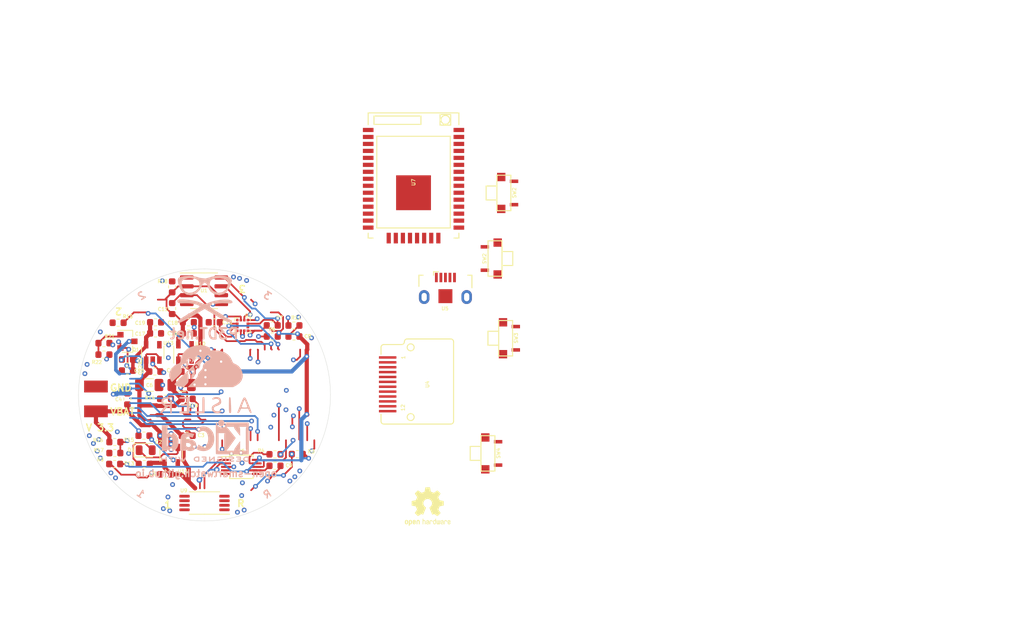
<source format=kicad_pcb>
(kicad_pcb (version 20211014) (generator pcbnew)
  (title_block (title "Open-Smartwatch-Light") (date "2021-02-18") (rev "3.3"))
  (layers (0 "F.Cu" power) (1 "In1.Cu" signal) (2 "In2.Cu" signal) (31 "B.Cu" signal) (34 "B.Paste" user) (35 "F.Paste" user) (36 "B.SilkS" user "B.Silkscreen") (37 "F.SilkS" user "F.Silkscreen") (38 "B.Mask" user) (39 "F.Mask" user) (44 "Edge.Cuts" user))
  (net 0 "")
  (net 1 "/EN")
  (net 2 "+3V3")
  (net 3 "/FLASH")
  (net 4 "GND")
  (net 5 "/VBUS")
  (net 6 "/VBAT")
  (net 7 "Net-(D1-Pad2)")
  (net 8 "Net-(D1-Pad1)")
  (net 9 "/LEDK")
  (net 10 "/TX")
  (net 11 "/BTN2")
  (net 12 "/BTN3")
  (net 13 "/RX")
  (net 14 "/SCL")
  (net 15 "/SDA")
  (net 16 "/PIN_LED")
  (net 17 "/STAT_PWR")
  (net 18 "/MOSI")
  (net 19 "/IO34")
  (net 20 "/IO35")
  (net 21 "Net-(R1-Pad2)")
  (net 22 "Net-(R4-Pad1)")
  (net 23 "Net-(R14-Pad1)")
  (net 24 "Net-(R15-Pad1)")
  (net 25 "/B_MON")
  (net 26 "/RTC_INT")
  (net 27 "/TFT_DC")
  (net 28 "/TFT_CS")
  (net 29 "/TFT_RST")
  (net 30 "Net-(U1-Pad4)")
  (net 31 "Net-(U1-Pad1)")
  (net 32 "Net-(U2-Pad4)")
  (net 33 "Net-(U2-Pad11)")
  (net 34 "Net-(U5-Pad2)")
  (net 35 "Net-(U6-Pad4)")
  (net 36 "Net-(U6-Pad5)")
  (net 37 "Net-(U6-Pad6)")
  (net 38 "Net-(U7-Pad22)")
  (net 39 "Net-(U7-Pad21)")
  (net 40 "Net-(U7-Pad20)")
  (net 41 "Net-(U7-Pad19)")
  (net 42 "Net-(U7-Pad32)")
  (net 43 "Net-(U7-Pad27)")
  (net 44 "Net-(U7-Pad28)")
  (net 45 "Net-(U7-Pad4)")
  (net 46 "Net-(U7-Pad5)")
  (net 47 "/SCK")
  (net 48 "/VCC")
  (net 49 "/3V3_2")
  (net 50 "Net-(Q1-Pad1)")
  (net 51 "Net-(U7-Pad11)")
  (net 52 "Net-(U10-Pad4)")
  (net 53 "Net-(U13-Pad4)")
  (net 54 "/D_P")
  (net 55 "/D_N")
  (net 56 "Net-(U7-Pad24)")
  (net 57 "Net-(U7-Pad31)")
  (net 58 "Net-(U7-Pad26)")
  (net 59 "Net-(U7-Pad13)")
  (net 60 "Net-(U7-Pad12)")
  (footprint "open-Smartwatch:button_side_smd" (layer "F.Cu") (at 116.84 109.982 180)
    (fp_text reference "SW4")
    (fp_text value "SW_Push")
  )
  (footprint "open-Smartwatch:USBmicro-B" (layer "F.Cu") (at 110.744 87.4395)
    (fp_text reference "U5")
    (fp_text value "USB-OTG")
  )
  (footprint "Resistor_SMD:R_0603_1608Metric" (layer "F.Cu") (at 63.3221 111.506 180)
    (fp_text reference "R9")
    (fp_text value "10k")
  )
  (footprint "Capacitor_SMD:C_0603_1608Metric" (layer "F.Cu") (at 70.6374 107.442)
    (fp_text reference "C2")
    (fp_text value "4.7uF")
  )
  (footprint "Resistor_SMD:R_0603_1608Metric" (layer "F.Cu") (at 86.3092 110.109)
    (fp_text reference "R4")
    (fp_text value "470R")
  )
  (footprint "Resistor_SMD:R_0603_1608Metric" (layer "F.Cu") (at 89.0269 91.6432)
    (fp_text reference "R11")
    (fp_text value "10k")
  )
  (footprint "Resistor_SMD:R_0603_1608Metric" (layer "F.Cu") (at 85.9155 93.218 180)
    (fp_text reference "R6")
    (fp_text value "1k")
  )
  (footprint "Resistor_SMD:R_0603_1608Metric" (layer "F.Cu") (at 85.9155 91.6305)
    (fp_text reference "R7")
    (fp_text value "1k")
  )
  (footprint "Package_SO:SOIC-8_3.9x4.9mm_P1.27mm" (layer "F.Cu") (at 76.1365 86.6648)
    (fp_text reference "U1")
    (fp_text value "DS3231MZ")
  )
  (footprint "Capacitor_SMD:C_0603_1608Metric" (layer "F.Cu") (at 89.0269 93.218 180)
    (fp_text reference "C8")
    (fp_text value "0.1u")
  )
  (footprint "Capacitor_SMD:C_0603_1608Metric" (layer "F.Cu") (at 86.3092 111.76)
    (fp_text reference "C9")
    (fp_text value "0.1u")
  )
  (footprint "Capacitor_SMD:C_0603_1608Metric" (layer "F.Cu") (at 71.5645 86.106 90)
    (fp_text reference "C11")
    (fp_text value "0.1u")
  )
  (footprint "Capacitor_SMD:C_0603_1608Metric" (layer "F.Cu") (at 77.597 91.186 180)
    (fp_text reference "C13")
    (fp_text value "0.1u")
  )
  (footprint "Resistor_SMD:R_0603_1608Metric" (layer "F.Cu") (at 73.7235 102.1715)
    (fp_text reference "R19")
    (fp_text value "220k")
  )
  (footprint "open-Smartwatch:GC9A01_IPS_display" (layer "F.Cu") (at 102.713 100.076 -90)
    (fp_text reference "U4")
    (fp_text value "GC9A01_IPS_display")
  )
  (footprint "open-Smartwatch:MSOP-10_3x3mm_P0.5mm" (layer "F.Cu") (at 81.4832 111.9124)
    (fp_text reference "U6")
    (fp_text value "CH340E")
  )
  (footprint "open-Smartwatch:TSSOP-8_4.4x3mm_P0.65mm" (layer "F.Cu") (at 76.2 117.094 180)
    (fp_text reference "U9")
    (fp_text value "TPS2115A")
  )
  (footprint "open-Smartwatch:LGA-12_2x2mm_P0.5mm" (layer "F.Cu") (at 81.661 91.6305 -90)
    (fp_text reference "U2")
    (fp_text value "BMA400")
  )
  (footprint "Capacitor_SMD:C_0603_1608Metric" (layer "F.Cu") (at 73.7234 107.442)
    (fp_text reference "C3")
    (fp_text value "0.1u")
  )
  (footprint "Resistor_SMD:R_0603_1608Metric" (layer "F.Cu") (at 67.564 111.506)
    (fp_text reference "R13")
    (fp_text value "470R")
  )
  (footprint "Resistor_SMD:R_0603_1608Metric" (layer "F.Cu") (at 89.5096 110.0836 180)
    (fp_text reference "R8")
    (fp_text value "10k")
  )
  (footprint "Capacitor_SMD:C_1206_3216Metric" (layer "F.Cu") (at 72.9204 100.1776)
    (fp_text reference "C5")
    (fp_text value "100u")
  )
  (footprint "Capacitor_SMD:C_0603_1608Metric" (layer "F.Cu") (at 73.7108 98.2472)
    (fp_text reference "C14")
    (fp_text value "0.1u")
  )
  (footprint "Capacitor_SMD:C_0603_1608Metric" (layer "F.Cu") (at 73.8886 92.7735)
    (fp_text reference "C16")
    (fp_text value "4.7u")
  )
  (footprint "Capacitor_SMD:C_0603_1608Metric" (layer "F.Cu") (at 73.8886 91.186)
    (fp_text reference "C18")
    (fp_text value "0.1u")
  )
  (footprint "Package_TO_SOT_SMD:SOT-23-5" (layer "F.Cu") (at 73.406 95.504 90)
    (fp_text reference "U10")
    (fp_text value "XC6209")
  )
  (footprint "open-Smartwatch:ttgo-32-micro" (layer "F.Cu") (at 106.172 70.612)
    (fp_text reference "U7")
    (fp_text value "ttgo-32-micro")
  )
  (footprint "Resistor_SMD:R_0603_1608Metric" (layer "F.Cu") (at 71.5645 89.2175 -90)
    (fp_text reference "R18")
    (fp_text value "2.2K")
  )
  (footprint "Resistor_SMD:R_0603_1608Metric" (layer "F.Cu") (at 65.151 96.52 180)
    (fp_text reference "R1")
    (fp_text value "22")
  )
  (footprint "Resistor_SMD:R_0603_1608Metric" (layer "F.Cu") (at 61.7855 94.1705)
    (fp_text reference "R21")
    (fp_text value "10k")
  )
  (footprint "Resistor_SMD:R_0603_1608Metric" (layer "F.Cu") (at 61.7855 95.8215 180)
    (fp_text reference "R22")
    (fp_text value "1M")
  )
  (footprint "Capacitor_SMD:C_0603_1608Metric" (layer "F.Cu") (at 65.151 98.1075 180)
    (fp_text reference "C22")
    (fp_text value "0.1u")
  )
  (footprint "Package_TO_SOT_SMD:SOT-23" (layer "F.Cu") (at 65.151 93.9165)
    (fp_text reference "Q1")
    (fp_text value "2N7002")
  )
  (footprint "Resistor_SMD:R_0603_1608Metric" (layer "F.Cu") (at 67.5259 107.442 180)
    (fp_text reference "R15")
    (fp_text value "5k")
  )
  (footprint "Resistor_SMD:R_0603_1608Metric" (layer "F.Cu") (at 70.612 102.1588 180)
    (fp_text reference "R14")
    (fp_text value "510R")
  )
  (footprint "Capacitor_SMD:C_0603_1608Metric" (layer "F.Cu") (at 65.151 102.1715 90)
    (fp_text reference "C4")
    (fp_text value "0.1u")
  )
  (footprint "Resistor_SMD:R_0603_1608Metric" (layer "F.Cu") (at 63.3476 109.9312 180)
    (fp_text reference "R17")
    (fp_text value "10k")
  )
  (footprint "Capacitor_SMD:C_0603_1608Metric" (layer "F.Cu") (at 69.088 98.2472)
    (fp_text reference "C15")
    (fp_text value "0.1u")
  )
  (footprint "Capacitor_SMD:C_0603_1608Metric" (layer "F.Cu") (at 69.1895 92.7735)
    (fp_text reference "C17")
    (fp_text value "4.7u")
  )
  (footprint "Capacitor_SMD:C_1206_3216Metric" (layer "F.Cu") (at 68.2752 100.1776)
    (fp_text reference "C6")
    (fp_text value "100u")
  )
  (footprint "Capacitor_SMD:C_0603_1608Metric" (layer "F.Cu") (at 69.1895 91.186)
    (fp_text reference "C19")
    (fp_text value "0.1u")
  )
  (footprint "Package_TO_SOT_SMD:SOT-23-5" (layer "F.Cu") (at 68.7832 95.504 90)
    (fp_text reference "U13")
    (fp_text value "XC6209")
  )
  (footprint "Capacitor_SMD:C_0603_1608Metric" (layer "F.Cu") (at 70.6373 112.9792)
    (fp_text reference "C1")
    (fp_text value "4.7uF")
  )
  (footprint "open-Smartwatch:SOT-23-5" (layer "F.Cu") (at 71.4248 110.236 -90)
    (fp_text reference "U11")
    (fp_text value "MCP73831T-2ACI_OT" hide)
  )
  (footprint "LED_SMD:LED_0805_2012Metric" (layer "F.Cu") (at 67.7672 109.5248)
    (fp_text reference "D1")
    (fp_text value "LED_Green")
  )
  (footprint "Symbol:OSHW-Logo2_7.3x6mm_SilkScreen" (layer "F.Cu") (at 108.204 117.602)
    (fp_text reference "REF**" hide)
    (fp_text value "OSHW-Logo2_7.3x6mm_SilkScreen" hide)
  )
  (footprint "Resistor_SMD:R_0603_1608Metric" (layer "F.Cu") (at 63.8175 91.2495 180)
    (fp_text reference "R10")
    (fp_text value "10k")
  )
  (footprint "Connector_PinHeader_2.54mm:PinHeader_1x02_P2.54mm_Vertical" (layer "F.Cu") (at 60.6425 103.4415 180)
    (fp_text reference "J1" hide)
    (fp_text value "Conn_01x02")
  )
  (footprint "Resistor_SMD:R_0603_1608Metric" (layer "F.Cu") (at 63.3476 108.3564)
    (fp_text reference "R16")
    (fp_text value "200k")
  )
  (footprint "open-Smartwatch:button_side_smd" (layer "F.Cu") (at 119.38 93.472 180)
    (fp_text reference "SW3")
    (fp_text value "SW_Push")
  )
  (footprint "open-Smartwatch:button_side_smd" (layer "F.Cu") (at 117.856 82.042)
    (fp_text reference "SW2")
    (fp_text value "SW_Push")
  )
  (footprint "open-Smartwatch:button_side_smd" (layer "F.Cu") (at 119.126 72.644 180)
    (fp_text reference "SW2")
    (fp_text value "SW_Push")
  )
  (footprint "Symbol:KiCad-Logo2_5mm_SilkScreen" (layer "B.Cu") (at 76.2762 108.1659 180)
    (fp_text reference "REF**" hide)
    (fp_text value "KiCad-Logo2_5mm_SilkScreen" hide)
  )
  (footprint "footprints:aisler_15x12mm" (layer "B.Cu") (at 76.2127 99.5172 180)
    (fp_text reference "G***" hide)
    (fp_text value "LOGO" hide)
  )
  (footprint "footprints:p3dt_tiny" (layer "B.Cu") (at 76.2254 87.884 180)
    (fp_text reference "G***" hide)
    (fp_text value "LOGO" hide)
  )
  (gr_arc (start 76.2 83.537403) (mid 88.972185 88.827815) (end 94.262597 101.6) (layer "Edge.Cuts") (width 0.05))
  (gr_arc (start 76.2 119.662597) (mid 63.427815 114.372185) (end 58.137403 101.6) (layer "Edge.Cuts") (width 0.05))
  (gr_arc (start 94.262597 101.6) (mid 88.972185 114.372185) (end 76.2 119.662597) (layer "Edge.Cuts") (width 0.05))
  (gr_arc (start 58.137403 101.6) (mid 63.427815 88.827815) (end 76.2 83.537403) (layer "Edge.Cuts") (width 0.05))
  (gr_text "1" (at 67.056 115.7605 -33) (layer "B.SilkS") (effects (font (size 1 1) (thickness 0.2)) (justify mirror)))
  (gr_text "P3DT.net" (at 76.1746 92.837) (layer "B.SilkS") (effects (font (size 1.5 1.5) (thickness 0.3)) (justify mirror)))
  (gr_text "3" (at 85.217 87.376 -33) (layer "B.SilkS") (effects (font (size 1 1) (thickness 0.2)) (justify mirror)))
  (gr_text "R" (at 85.217 115.824 33) (layer "B.SilkS") (effects (font (size 1 1) (thickness 0.2)) (justify mirror)))
  (gr_text "open-smartwatch.github.io" (at 76.4413 112.8522) (layer "B.SilkS") (effects (font (size 1 1) (thickness 0.2)) (justify mirror)))
  (gr_text "2" (at 67.183 87.376 33) (layer "B.SilkS") (effects (font (size 1 1) (thickness 0.2)) (justify mirror)))
  (gr_text "GND" (at 64.1985 100.584) (layer "F.SilkS") (effects (font (size 1 1) (thickness 0.2))))
  (gr_text "R" (at 81.407 117.1575) (layer "F.SilkS") (effects (font (size 1 1) (thickness 0.2))))
  (gr_text "1" (at 70.9295 117.348) (layer "F.SilkS") (effects (font (size 1 1) (thickness 0.2))))
  (gr_text "3" (at 81.5975 86.36 180) (layer "F.SilkS") (effects (font (size 1 1) (thickness 0.2))))
  (gr_text "2" (at 63.881 89.5985 180) (layer "F.SilkS") (effects (font (size 1 1) (thickness 0.2))))
  (gr_text "V 3.3" (at 61.214 106.299) (layer "F.SilkS") (effects (font (size 1 1) (thickness 0.2))))
  (gr_text "VBAT" (at 64.4525 104.013) (layer "F.SilkS") (effects (font (size 1 1) (thickness 0.2))))
  (segment (start 88.7984 104.7496) (end 88.9508 104.5972) (width 0.25) (layer "F.Cu") (net 1))
  (segment (start 89.435733 96.5708) (end 89.916 96.090533) (width 0.25) (layer "F.Cu") (net 1))
  (segment (start 88.9508 96.5708) (end 89.435733 96.5708) (width 0.25) (layer "F.Cu") (net 1))
  (segment (start 89.916 96.090533) (end 89.916 95.1) (width 0.25) (layer "F.Cu") (net 1))
  (segment (start 88.7221 111.9379) (end 87.5284 113.1316) (width 0.25) (layer "F.Cu") (net 1))
  (segment (start 83.440773 114.7064) (end 82.889781 115.257392) (width 0.25) (layer "F.Cu") (net 1))
  (segment (start 88.7984 106.172) (end 88.7984 104.7496) (width 0.25) (layer "F.Cu") (net 1))
  (segment (start 88.7221 110.0836) (end 88.7221 111.9379) (width 0.25) (layer "F.Cu") (net 1))
  (segment (start 83.5152 114.7064) (end 83.440773 114.7064) (width 0.25) (layer "F.Cu") (net 1))
  (via (at 88.7984 106.172) (size 0.6858) (drill 0.3302) (layers "F.Cu" "B.Cu") (net 1))
  (via (at 83.5152 114.7064) (size 0.6858) (drill 0.3302) (layers "F.Cu" "B.Cu") (net 1))
  (via (at 87.5284 113.1316) (size 0.6858) (drill 0.3302) (layers "F.Cu" "B.Cu") (net 1))
  (via (at 88.7221 110.0836) (size 0.6858) (drill 0.3302) (layers "F.Cu" "B.Cu") (net 1))
  (via (at 88.9508 104.5972) (size 0.6858) (drill 0.3302) (layers "F.Cu" "B.Cu") (net 1))
  (via (at 88.9508 96.5708) (size 0.6858) (drill 0.3302) (layers "F.Cu" "B.Cu") (net 1))
  (segment (start 85.09 113.1316) (end 83.5152 114.7064) (width 0.25) (layer "B.Cu") (net 1))
  (segment (start 87.5284 113.1316) (end 85.09 113.1316) (width 0.25) (layer "B.Cu") (net 1))
  (segment (start 83.6832 112.4124) (end 84.8693 112.4124) (width 0.25) (layer "F.Cu") (net 2))
  (segment (start 84.8693 112.4124) (end 85.5217 111.76) (width 0.25) (layer "F.Cu") (net 2))
  (segment (start 75.61361 90.632028) (end 75.61361 91.67079) (width 0.6) (layer "F.Cu") (net 2))
  (segment (start 86.703 93.218) (end 86.703 92.874494) (width 0.25) (layer "F.Cu") (net 2))
  (segment (start 90.864704 95.167296) (end 90.932 95.1) (width 0.6) (layer "F.Cu") (net 2))
  (segment (start 84.3655 92.393) (end 85.128 91.6305) (width 0.25) (layer "F.Cu") (net 2))
  (segment (start 69.510219 87.942608) (end 70.515392 87.942608) (width 0.25) (layer "F.Cu") (net 2))
  (segment (start 90.5383 110.0836) (end 91.1352 110.6805) (width 0.3) (layer "F.Cu") (net 2))
  (segment (start 90.932 95.1) (end 90.932 94.3356) (width 0.6) (layer "F.Cu") (net 2))
  (segment (start 81.411 90.868) (end 81.411001 90.420499) (width 0.25) (layer "F.Cu") (net 2))
  (segment (start 82.411 92.393) (end 84.0735 92.393) (width 0.25) (layer "F.Cu") (net 2))
  (segment (start 78.234732 87.2998) (end 78.6115 87.2998) (width 0.25) (layer "F.Cu") (net 2))
  (segment (start 89.8144 93.218) (end 89.8144 93.1164) (width 0.25) (layer "F.Cu") (net 2))
  (segment (start 76.964732 86.0298) (end 78.234732 87.2998) (width 0.25) (layer "F.Cu") (net 2))
  (segment (start 81.411001 90.420499) (end 81.346001 90.355499) (width 0.25) (layer "F.Cu") (net 2))
  (segment (start 87.146984 92.43051) (end 85.92801 92.43051) (width 0.25) (layer "F.Cu") (net 2))
  (segment (start 75.192572 90.21099) (end 75.61361 90.632028) (width 0.6) (layer "F.Cu") (net 2))
  (segment (start 90.93999 104.4448) (end 90.864704 104.369514) (width 0.6) (layer "F.Cu") (net 2))
  (segment (start 73.1011 92.7735) (end 73.1011 91.186) (width 0.6) (layer "F.Cu") (net 2))
  (segment (start 83.780855 110.9124) (end 84.077622 110.615633) (width 0.3) (layer "F.Cu") (net 2))
  (segment (start 71.9201 90.005) (end 73.1011 91.186) (width 0.25) (layer "F.Cu") (net 2))
  (segment (start 86.812244 89.767149) (end 87.46551 90.420415) (width 0.25) (layer "F.Cu") (net 2))
  (segment (start 86.703 92.874494) (end 86.867747 92.709747) (width 0.25) (layer "F.Cu") (net 2))
  (segment (start 75.6157 91.6687) (end 75.61361 91.67079) (width 0.6) (layer "F.Cu") (net 2))
  (segment (start 84.0735 92.393) (end 84.3655 92.393) (width 0.25) (layer "F.Cu") (net 2))
  (segment (start 90.932 94.3356) (end 89.8144 93.218) (width 0.6) (layer "F.Cu") (net 2))
  (segment (start 71.5645 90.005) (end 71.9201 90.005) (width 0.25) (layer "F.Cu") (net 2))
  (segment (start 80.911 92.393) (end 80.056296 93.247704) (width 0.25) (layer "F.Cu") (net 2))
  (segment (start 72.4282 86.0298) (end 73.6615 86.0298) (width 0.25) (layer "F.Cu") (net 2))
  (segment (start 85.92801 92.43051) (end 85.128 91.6305) (width 0.25) (layer "F.Cu") (net 2))
  (segment (start 87.46551 92.111984) (end 87.146984 92.43051) (width 0.25) (layer "F.Cu") (net 2))
  (segment (start 79.371907 93.247704) (end 78.3845 92.260297) (width 0.25) (layer "F.Cu") (net 2))
  (segment (start 73.1011 91.186) (end 74.07611 90.21099) (width 0.6) (layer "F.Cu") (net 2))
  (segment (start 90.864704 96.082901) (end 90.864704 95.167296) (width 0.6) (layer "F.Cu") (net 2))
  (segment (start 89.8144 93.1164) (end 89.535 92.837) (width 0.25) (layer "F.Cu") (net 2))
  (segment (start 65.024 111.506) (end 65.0748 111.5568) (width 0.25) (layer "F.Cu") (net 2))
  (segment (start 79.215001 90.355499) (end 78.3845 91.186) (width 0.25) (layer "F.Cu") (net 2))
  (segment (start 70.76449 89.20499) (end 71.5645 90.005) (width 0.25) (layer "F.Cu") (net 2))
  (segment (start 80.056296 93.247704) (end 79.371907 93.247704) (width 0.25) (layer "F.Cu") (net 2))
  (segment (start 87.46551 90.420415) (end 87.46551 92.111984) (width 0.25) (layer "F.Cu") (net 2))
  (segment (start 82.7405 93.0275) (end 83.375 92.393) (width 0.25) (layer "F.Cu") (net 2))
  (segment (start 83.375 92.393) (end 84.0735 92.393) (width 0.25) (layer "F.Cu") (net 2))
  (segment (start 72.456 93.4186) (end 73.1011 92.7735) (width 0.6) (layer "F.Cu") (net 2))
  (segment (start 78.3845 92.260297) (end 78.3845 91.186) (width 0.25) (layer "F.Cu") (net 2))
  (segment (start 90.2971 110.0836) (end 90.5383 110.0836) (width 0.3) (layer "F.Cu") (net 2))
  (segment (start 73.6615 86.0298) (end 76.964732 86.0298) (width 0.25) (layer "F.Cu") (net 2))
  (segment (start 64.1096 111.506) (end 65.024 111.506) (width 0.25) (layer "F.Cu") (net 2))
  (segment (start 72.456 94.404) (end 72.456 94.6048) (width 0.6) (layer "F.Cu") (net 2))
  (segment (start 71.5645 86.8935) (end 70.76449 87.69351) (width 0.25) (layer "F.Cu") (net 2))
  (segment (start 70.515392 87.942608) (end 71.5645 86.8935) (width 0.25) (layer "F.Cu") (net 2))
  (segment (start 70.76449 87.69351) (end 70.76449 89.20499) (width 0.25) (layer "F.Cu") (net 2))
  (segment (start 90.864704 96.082901) (end 90.864704 104.369514) (width 0.6) (layer "F.Cu") (net 2))
  (segment (start 86.867747 92.709747) (end 87.146984 92.43051) (width 0.25) (layer "F.Cu") (net 2))
  (segment (start 72.456 94.404) (end 72.456 93.4186) (width 0.6) (layer "F.Cu") (net 2))
  (segment (start 71.5645 86.8935) (end 72.4282 86.0298) (width 0.25) (layer "F.Cu") (net 2))
  (segment (start 82.2452 112.5855) (end 82.4183 112.4124) (width 0.3) (layer "F.Cu") (net 2))
  (segment (start 82.4183 112.4124) (end 83.6832 112.4124) (width 0.3) (layer "F.Cu") (net 2))
  (segment (start 83.6832 110.9124) (end 83.780855 110.9124) (width 0.3) (layer "F.Cu") (net 2))
  (segment (start 85.699328 89.767149) (end 86.812244 89.767149) (width 0.25) (layer "F.Cu") (net 2))
  (segment (start 81.346001 90.355499) (end 79.215001 90.355499) (width 0.25) (layer "F.Cu") (net 2))
  (segment (start 74.07611 90.21099) (end 75.192572 90.21099) (width 0.6) (layer "F.Cu") (net 2))
  (segment (start 75.61361 95.27321) (end 75.61361 91.67079) (width 0.6) (layer "F.Cu") (net 2))
  (via (at 86.867747 92.709747) (size 0.6858) (drill 0.3302) (layers "F.Cu" "B.Cu") (net 2))
  (via (at 90.864704 104.369514) (size 0.6858) (drill 0.3302) (layers "F.Cu" "B.Cu") (net 2))
  (via (at 90.864704 96.082901) (size 0.6858) (drill 0.3302) (layers "F.Cu" "B.Cu") (net 2))
  (via (at 89.535 92.837) (size 0.6858) (drill 0.3302) (layers "F.Cu" "B.Cu") (net 2))
  (via (at 84.077622 110.615633) (size 0.6858) (drill 0.3302) (layers "F.Cu" "B.Cu") (net 2))
  (via (at 79.215001 90.355499) (size 0.6858) (drill 0.3302) (layers "F.Cu" "B.Cu") (net 2))
  (via (at 75.61361 95.27321) (size 0.6858) (drill 0.3302) (layers "F.Cu" "B.Cu") (net 2))
  (via (at 82.7405 93.0275) (size 0.6858) (drill 0.3302) (layers "F.Cu" "B.Cu") (net 2))
  (via (at 91.1352 110.6805) (size 0.6858) (drill 0.3302) (layers "F.Cu" "B.Cu") (net 2))
  (via (at 65.0748 111.5568) (size 0.6858) (drill 0.3302) (layers "F.Cu" "B.Cu") (net 2))
  (via (at 82.2452 112.5855) (size 0.6858) (drill 0.3302) (layers "F.Cu" "B.Cu") (net 2))
  (segment (start 89.535 92.837) (end 86.995 92.837) (width 0.25) (layer "B.Cu") (net 2))
  (segment (start 84.077622 110.615633) (end 84.077622 110.753078) (width 0.3) (layer "B.Cu") (net 2))
  (segment (start 82.2452 112.5855) (end 83.862801 110.967899) (width 0.3) (layer "B.Cu") (net 2))
  (segment (start 75.61361 95.27321) (end 78.573201 98.232801) (width 0.6) (layer "B.Cu") (net 2))
  (segment (start 91.1352 110.6805) (end 90.376498 110.6805) (width 0.3) (layer "B.Cu") (net 2))
  (segment (start 83.862801 110.967899) (end 90.089099 110.967899) (width 0.3) (layer "B.Cu") (net 2))
  (segment (start 82.2071 112.573024) (end 82.232724 112.573024) (width 0.3) (layer "B.Cu") (net 2))
  (segment (start 65.0748 111.5568) (end 65.417699 111.899699) (width 0.25) (layer "B.Cu") (net 2))
  (segment (start 65.417699 111.899699) (end 75.986207 111.899699) (width 0.25) (layer "B.Cu") (net 2))
  (segment (start 90.864704 104.369514) (end 90.089099 105.145119) (width 0.6) (layer "B.Cu") (net 2))
  (segment (start 90.089099 105.145119) (end 90.089099 110.967899) (width 0.6) (layer "B.Cu") (net 2))
  (segment (start 76.590607 111.295299) (end 78.805933 111.295299) (width 0.25) (layer "B.Cu") (net 2))
  (segment (start 80.083658 112.573024) (end 82.2071 112.573024) (width 0.25) (layer "B.Cu") (net 2))
  (segment (start 84.077622 110.753078) (end 83.862801 110.967899) (width 0.3) (layer "B.Cu") (net 2))
  (segment (start 82.232724 112.573024) (end 82.2452 112.5855) (width 0.3) (layer "B.Cu") (net 2))
  (segment (start 86.995 92.837) (end 86.867747 92.709747) (width 0.25) (layer "B.Cu") (net 2))
  (segment (start 90.376498 110.6805) (end 90.089099 110.967899) (width 0.3) (layer "B.Cu") (net 2))
  (segment (start 78.805933 111.295299) (end 80.083658 112.573024) (width 0.25) (layer "B.Cu") (net 2))
  (segment (start 78.573201 98.232801) (end 88.714804 98.232801) (width 0.6) (layer "B.Cu") (net 2))
  (segment (start 88.714804 98.232801) (end 90.864704 96.082901) (width 0.6) (layer "B.Cu") (net 2))
  (segment (start 75.986207 111.899699) (end 76.590607 111.295299) (width 0.25) (layer "B.Cu") (net 2))
  (segment (start 66.700672 113.432851) (end 67.973949 113.432851) (width 0.25) (layer "F.Cu") (net 3))
  (segment (start 66.305322 113.037501) (end 66.700672 113.432851) (width 0.25) (layer "F.Cu") (net 3))
  (segment (start 64.269501 113.037501) (end 66.305322 113.037501) (width 0.25) (layer "F.Cu") (net 3))
  (segment (start 62.5346 111.506) (end 62.738 111.506) (width 0.25) (layer "F.Cu") (net 3))
  (segment (start 67.973949 113.432851) (end 68.6308 112.776) (width 0.25) (layer "F.Cu") (net 3))
  (segment (start 78.74 109.3724) (end 78.74 108.1) (width 0.25) (layer "F.Cu") (net 3))
  (segment (start 62.738 111.506) (end 64.269501 113.037501) (width 0.25) (layer "F.Cu") (net 3))
  (via (at 78.74 109.3724) (size 0.6858) (drill 0.3302) (layers "F.Cu" "B.Cu") (net 3))
  (via (at 68.6308 112.776) (size 0.6858) (drill 0.3302) (layers "F.Cu" "B.Cu") (net 3))
  (segment (start 82.804 106.426) (end 82.804 108.1) (width 0.25) (layer "F.Cu") (net 4))
  (segment (start 74.5109 107.3785) (end 73.9648 106.8324) (width 0.3) (layer "F.Cu") (net 4))
  (segment (start 73.09819 103.43181) (end 73.09819 103.253304) (width 0.25) (layer "F.Cu") (net 4))
  (segment (start 81.411 92.968) (end 81.661 93.218) (width 0.25) (layer "F.Cu") (net 4))
  (segment (start 74.782002 97.663) (end 74.3891 97.663) (width 0.3) (layer "F.Cu") (net 4))
  (segment (start 73.406 97.1804) (end 73.4568 97.2312) (width 0.25) (layer "F.Cu") (net 4))
  (segment (start 87.0967 111.76) (end 87.0967 112.035479) (width 0.25) (layer "F.Cu") (net 4))
  (segment (start 73.37764 101.144594) (end 73.585594 101.144594) (width 0.3) (layer "F.Cu") (net 4))
  (segment (start 74.961001 97.484001) (end 73.709601 97.484001) (width 0.3) (layer "F.Cu") (net 4))
  (segment (start 73.7362 107.2134) (end 73.72341 107.20061) (width 0.3) (layer "F.Cu") (net 4))
  (segment (start 64.151 94.8665) (end 65.1485 94.8665) (width 0.25) (layer "F.Cu") (net 4))
  (segment (start 68.7832 96.604) (end 68.7832 97.1549) (width 0.25) (layer "F.Cu") (net 4))
  (segment (start 80.396974 111.9124) (end 80.404251 111.905123) (width 0.25) (layer "F.Cu") (net 4))
  (segment (start 73.9648 106.8324) (end 73.7108 106.8324) (width 0.3) (layer "F.Cu") (net 4))
  (segment (start 73.72341 106.95016) (end 73.576414 106.803164) (width 0.3) (layer "F.Cu") (net 4))
  (segment (start 91.948 108.1) (end 91.948 109.2708) (width 0.25) (layer "F.Cu") (net 4))
  (segment (start 74.6761 91.186) (end 74.6761 91.8465) (width 0.25) (layer "F.Cu") (net 4))
  (segment (start 74.6761 91.8465) (end 74.7268 91.8972) (width 0.25) (layer "F.Cu") (net 4))
  (segment (start 74.3891 97.663) (end 73.830582 97.663) (width 0.6) (layer "F.Cu") (net 4))
  (segment (start 81.911 92.393) (end 81.852 92.393) (width 0.25) (layer "F.Cu") (net 4))
  (segment (start 64.151 94.25) (end 63.881 93.98) (width 0.25) (layer "F.Cu") (net 4))
  (segment (start 73.37764 101.144594) (end 73.099406 101.144594) (width 0.3) (layer "F.Cu") (net 4))
  (segment (start 82.411 90.868) (end 83.5665 90.868) (width 0.25) (layer "F.Cu") (net 4))
  (segment (start 74.5109 107.442) (end 74.5109 107.3785) (width 0.3) (layer "F.Cu") (net 4))
  (segment (start 78.6115 88.5698) (end 77.4446 88.5698) (width 0.25) (layer "F.Cu") (net 4))
  (segment (start 65.17599 95.22501) (end 65.3415 95.0595) (width 0.25) (layer "F.Cu") (net 4))
  (segment (start 73.09819 103.43181) (end 73.09819 104.111804) (width 0.3) (layer "F.Cu") (net 4))
  (segment (start 91.948 109.2708) (end 91.5924 109.6264) (width 0.25) (layer "F.Cu") (net 4))
  (segment (start 87.0967 112.035479) (end 85.699328 113.432851) (width 0.25) (layer "F.Cu") (net 4))
  (segment (start 77.1652 95.0976) (end 75.181001 97.081799) (width 0.6) (layer "F.Cu") (net 4))
  (segment (start 62.573 95.8215) (end 62.573 96.05) (width 0.25) (layer "F.Cu") (net 4))
  (segment (start 73.585594 101.144594) (end 73.7108 101.2698) (width 0.3) (layer "F.Cu") (net 4))
  (segment (start 75.181001 97.4344) (end 75.010602 97.4344) (width 0.3) (layer "F.Cu") (net 4))
  (segment (start 74.7268 100.1776) (end 74.7776 100.1268) (width 0.25) (layer "F.Cu") (net 4))
  (segment (start 75.181001 97.4344) (end 75.181001 97.564499) (width 0.3) (layer "F.Cu") (net 4))
  (segment (start 77.724 95.1) (end 77.1676 95.1) (width 0.25) (layer "F.Cu") (net 4))
  (segment (start 62.573 96.05) (end 62.1665 96.4565) (width 0.25) (layer "F.Cu") (net 4))
  (segment (start 73.4568 97.289218) (end 73.4568 97.2312) (width 0.6) (layer "F.Cu") (net 4))
  (segment (start 74.5109 107.3023) (end 74.422 107.2134) (width 0.3) (layer "F.Cu") (net 4))
  (segment (start 74.3204 100.1776) (end 74.3204 100.7364) (width 0.3) (layer "F.Cu") (net 4))
  (segment (start 70.2131 98.2472) (end 70.358 98.3921) (width 0.25) (layer "F.Cu") (net 4))
  (segment (start 73.09819 104.111804) (end 73.361796 104.37541) (width 0.3) (layer "F.Cu") (net 4))
  (segment (start 74.3204 100.1776) (end 73.152 100.1776) (width 0.6) (layer "F.Cu") (net 4))
  (segment (start 71.4248 107.4421) (end 71.4249 107.442) (width 0.6) (layer "F.Cu") (net 4))
  (segment (start 74.422 107.2134) (end 73.7616 107.2134) (width 0.3) (layer "F.Cu") (net 4))
  (segment (start 66.774068 107.406332) (end 66.7384 107.442) (width 0.25) (layer "F.Cu") (net 4))
  (segment (start 77.1676 95.1) (end 77.1652 95.0976) (width 0.25) (layer "F.Cu") (net 4))
  (segment (start 81.852 92.781502) (end 81.8515 92.782002) (width 0.25) (layer "F.Cu") (net 4))
  (segment (start 66.774068 106.740292) (end 66.774068 107.406332) (width 0.25) (layer "F.Cu") (net 4))
  (segment (start 81.852 92.393) (end 81.852 92.781502) (width 0.25) (layer "F.Cu") (net 4))
  (segment (start 88.2394 93.218) (end 88.2394 93.144106) (width 0.25) (layer "F.Cu") (net 4))
  (segment (start 69.8755 98.2472) (end 70.2131 98.2472) (width 0.25) (layer "F.Cu") (net 4))
  (segment (start 69.6752 100.1776) (end 70.2056 100.1776) (width 0.25) (layer "F.Cu") (net 4))
  (segment (start 85.699328 113.432851) (end 85.699328 113.487472) (width 0.25) (layer "F.Cu") (net 4))
  (segment (start 73.7108 106.8324) (end 73.683346 106.804946) (width 0.3) (layer "F.Cu") (net 4))
  (segment (start 73.361796 104.37541) (end 74.08571 104.37541) (width 0.3) (layer "F.Cu") (net 4))
  (segment (start 73.72341 107.20061) (end 73.72341 106.95016) (width 0.3) (layer "F.Cu") (net 4))
  (segment (start 74.08571 104.37541) (end 74.1857 104.4754) (width 0.3) (layer "F.Cu") (net 4))
  (segment (start 77.4446 88.5698) (end 77.4192 88.5952) (width 0.25) (layer "F.Cu") (net 4))
  (segment (start 79.2832 111.9124) (end 80.396974 111.9124) (width 0.25) (layer "F.Cu") (net 4))
  (segment (start 65.1485 94.8665) (end 65.3415 95.0595) (width 0.25) (layer "F.Cu") (net 4))
  (segment (start 73.152 100.1776) (end 72.781323 100.548277) (width 0.6) (layer "F.Cu") (net 4))
  (segment (start 69.8755 98.2472) (end 68.7832 97.1549) (width 0.25) (layer "F.Cu") (net 4))
  (segment (start 73.099406 101.144594) (end 72.781323 100.826511) (width 0.3) (layer "F.Cu") (net 4))
  (segment (start 89.740306 91.6432) (end 89.8144 91.6432) (width 0.25) (layer "F.Cu") (net 4))
  (segment (start 74.3204 100.1776) (end 74.3204 98.4251) (width 0.25) (layer "F.Cu") (net 4))
  (segment (start 73.9648 107.0102) (end 73.7616 107.2134) (width 0.3) (layer "F.Cu") (net 4))
  (segment (start 75.010602 97.4344) (end 74.782002 97.663) (width 0.3) (layer "F.Cu") (net 4))
  (segment (start 83.82 108.1) (end 83.82 106.8324) (width 0.25) (layer "F.Cu") (net 4))
  (segment (start 81.8515 92.782002) (end 81.8515 93.0275) (width 0.25) (layer "F.Cu") (net 4))
  (segment (start 73.7616 107.2134) (end 73.7362 107.2134) (width 0.3) (layer "F.Cu") (net 4))
  (segment (start 81.411 92.393) (end 81.411 92.968) (width 0.25) (layer "F.Cu") (net 4))
  (segment (start 73.830582 97.663) (end 73.4568 97.289218) (width 0.6) (layer "F.Cu") (net 4))
  (segment (start 85.699328 113.487472) (end 85.2424 113.9444) (width 0.25) (layer "F.Cu") (net 4))
  (segment (start 73.709601 97.484001) (end 73.4568 97.2312) (width 0.3) (layer "F.Cu") (net 4))
  (segment (start 72.781323 100.826511) (end 72.781323 100.548277) (width 0.3) (layer "F.Cu") (net 4))
  (segment (start 75.181001 97.081799) (end 75.181001 97.4344) (width 0.6) (layer "F.Cu") (net 4))
  (segment (start 65.17599 97.258337) (end 65.17599 95.22501) (width 0.25) (layer "F.Cu") (net 4))
  (segment (start 71.4248 109.136) (end 71.4248 107.4421) (width 0.6) (layer "F.Cu") (net 4))
  (segment (start 74.4983 97.7722) (end 74.3891 97.663) (width 0.6) (layer "F.Cu") (net 4))
  (segment (start 65.060386 97.373941) (end 65.17599 97.258337) (width 0.25) (layer "F.Cu") (net 4))
  (segment (start 73.09819 103.253304) (end 73.7108 102.640694) (width 0.25) (layer "F.Cu") (net 4))
  (segment (start 81.8515 93.0275) (end 81.661 93.218) (width 0.25) (layer "F.Cu") (net 4))
  (segment (start 75.181001 97.564499) (end 74.4983 98.2472) (width 0.3) (layer "F.Cu") (net 4))
  (segment (start 73.7108 102.640694) (end 73.7108 101.2698) (width 0.25) (layer "F.Cu") (net 4))
  (segment (start 88.2394 93.144106) (end 89.740306 91.6432) (width 0.25) (layer "F.Cu") (net 4))
  (segment (start 74.6761 92.7735) (end 74.6761 91.9479) (width 0.25) (layer "F.Cu") (net 4))
  (segment (start 73.406 96.604) (end 73.406 97.1804) (width 0.25) (layer "F.Cu") (net 4))
  (segment (start 83.5665 90.868) (end 83.7565 90.678) (width 0.25) (layer "F.Cu") (net 4))
  (segment (start 74.3204 100.1776) (end 74.7268 100.1776) (width 0.25) (layer "F.Cu") (net 4))
  (segment (start 74.3204 98.4251) (end 74.4983 98.2472) (width 0.25) (layer "F.Cu") (net 4))
  (segment (start 74.6761 91.9479) (end 74.7268 91.8972) (width 0.25) (layer "F.Cu") (net 4))
  (segment (start 74.4983 98.2472) (end 74.4983 97.7722) (width 0.6) (layer "F.Cu") (net 4))
  (segment (start 74.5109 107.442) (end 74.5109 107.3023) (width 0.3) (layer "F.Cu") (net 4))
  (segment (start 64.151 94.8665) (end 64.151 94.25) (width 0.25) (layer "F.Cu") (net 4))
  (segment (start 73.9648 106.8324) (end 73.9648 107.0102) (width 0.3) (layer "F.Cu") (net 4))
  (segment (start 75.010602 97.4344) (end 74.961001 97.484001) (width 0.3) (layer "F.Cu") (net 4))
  (via (at 59.055 98.552) (size 0.6858) (drill 0.3302) (layers "F.Cu" "B.Cu") (net 4))
  (via (at 91.5924 109.6264) (size 0.6858) (drill 0.3302) (layers "F.Cu" "B.Cu") (net 4))
  (via (at 74.7776 100.1268) (size 0.6858) (drill 0.3302) (layers "F.Cu" "B.Cu") (net 4))
  (via (at 76.2508 109.0168) (size 0.6858) (drill 0.3302) (layers "F.Cu" "B.Cu") (net 4))
  (via (at 72.781323 100.548277) (size 0.6858) (drill 0.3302) (layers "F.Cu" "B.Cu") (net 4))
  (via (at 80.3656 84.6836) (size 0.6858) (drill 0.3302) (layers "F.Cu" "B.Cu") (net 4))
  (via (at 70.2056 100.1776) (size 0.6858) (drill 0.3302) (layers "F.Cu" "B.Cu") (net 4))
  (via (at 60.2742 108.5596) (size 0.6858) (drill 0.3302) (layers "F.Cu" "B.Cu") (net 4))
  (via (at 83.7565 90.678) (size 0.6858) (drill 0.3302) (layers "F.Cu" "B.Cu") (net 4))
  (via (at 61.2648 110.6424) (size 0.6858) (drill 0.3302) (layers "F.Cu" "B.Cu") (net 4))
  (via (at 74.4983 98.2472) (size 0.6858) (drill 0.3302) (layers "F.Cu" "B.Cu") (net 4))
  (via (at 70.1548 85.2424) (size 0.6858) (drill 0.3302) (layers "F.Cu" "B.Cu") (net 4))
  (via (at 70.9676 116.2304) (size 0.6858) (drill 0.3302) (layers "F.Cu" "B.Cu") (net 4))
  (via (at 89.662 90.4494) (size 0.6858) (drill 0.3302) (layers "F.Cu" "B.Cu") (net 4))
  (via (at 87.9348 100.9396) (size 0.6858) (drill 0.3302) (layers "F.Cu" "B.Cu") (net 4))
  (via (at 81.6356 114.1984) (size 0.6858) (drill 0.3302) (layers "F.Cu" "B.Cu") (net 4))
  (via (at 65.060386 97.373941) (size 0.6858) (drill 0.3302) (layers "F.Cu" "B.Cu") (net 4))
  (via (at 81.8896 118.11) (size 0.6858) (drill 0.3302) (layers "F.Cu" "B.Cu") (net 4))
  (via (at 83.82 106.8324) (size 0.6858) (drill 0.3302) (layers "F.Cu" "B.Cu") (net 4))
  (via (at 71.628 114.4524) (size 0.6858) (drill 0.3302) (layers "F.Cu" "B.Cu") (net 4))
  (via (at 65.3415 95.0595) (size 0.6858) (drill 0.3302) (layers "F.Cu" "B.Cu") (net 4))
  (via (at 81.661 93.218) (size 0.6858) (drill 0.3302) (layers "F.Cu" "B.Cu") (net 4))
  (via (at 81.534 116.0272) (size 0.6858) (drill 0.3302) (layers "F.Cu" "B.Cu") (net 4))
  (via (at 63.119 101.4985) (size 0.6858) (drill 0.3302) (layers "F.Cu" "B.Cu") (net 4))
  (via (at 60.833 109.6518) (size 0.6858) (drill 0.3302) (layers "F.Cu" "B.Cu") (net 4))
  (via (at 85.2424 113.9444) (size 0.6858) (drill 0.3302) (layers "F.Cu" "B.Cu") (net 4))
  (via (at 63.4492 113.4872) (size 0.6858) (drill 0.3302) (layers "F.Cu" "B.Cu") (net 4))
  (via (at 85.6996 106.2228) (size 0.6858) (drill 0.3302) (layers "F.Cu" "B.Cu") (net 4))
  (via (at 91.5416 93.4212) (size 0.6858) (drill 0.3302) (layers "F.Cu" "B.Cu") (net 4))
  (via (at 86.1568 104.4956) (size 0.6858) (drill 0.3302) (layers "F.Cu" "B.Cu") (net 4))
  (via (at 59.69 107.442) (size 0.6858) (drill 0.3302) (layers "F.Cu" "B.Cu") (net 4))
  (via (at 74.7268 109.0168) (size 0.6858) (drill 0.3302) (layers "F.Cu" "B.Cu") (net 4))
  (via (at 62.7888 112.776) (size 0.6858) (drill 0.3302) (layers "F.Cu" "B.Cu") (net 4))
  (via (at 71.4248 108.6612) (size 0.6858) (drill 0.3302) (layers "F.Cu" "B.Cu") (net 4))
  (via (at 63.881 93.98) (size 0.6858) (drill 0.3302) (layers "F.Cu" "B.Cu") (net 4))
  (via (at 89.8652 112.4966) (size 0.6858) (drill 0.3302) (layers "F.Cu" "B.Cu") (net 4))
  (via (at 80.0608 109.982) (size 0.6858) (drill 0.3302) (layers "F.Cu" "B.Cu") (net 4))
  (via (at 71.4248 107.8992) (size 0.6858) (drill 0.3302) (layers "F.Cu" "B.Cu") (net 4))
  (via (at 81.2292 84.8868) (size 0.6858) (drill 0.3302) (layers "F.Cu" "B.Cu") (net 4))
  (via (at 81.4324 109.8804) (size 0.6858) (drill 0.3302) (layers "F.Cu" "B.Cu") (net 4))
  (via (at 70.3072 117.9068) (size 0.6858) (drill 0.3302) (layers "F.Cu" "B.Cu") (net 4))
  (via (at 73.4568 97.2312) (size 0.6858) (drill 0.3302) (layers "F.Cu" "B.Cu") (net 4))
  (via (at 66.774068 106.740292) (size 0.6858) (drill 0.3302) (layers "F.Cu" "B.Cu") (net 4))
  (via (at 71.4248 109.4232) (size 0.6858) (drill 0.3302) (layers "F.Cu" "B.Cu") (net 4))
  (via (at 82.804 106.426) (size 0.6858) (drill 0.3302) (layers "F.Cu" "B.Cu") (net 4))
  (via (at 89.154 113.3348) (size 0.6858) (drill 0.3302) (layers "F.Cu" "B.Cu") (net 4))
  (via (at 77.4192 88.5952) (size 0.6858) (drill 0.3302) (layers "F.Cu" "B.Cu") (net 4))
  (via (at 71.0184 96.266) (size 0.6858) (drill 0.3302) (layers "F.Cu" "B.Cu") (net 4))
  (via (at 65.3288 109.982) (size 0.6858) (drill 0.3302) (layers "F.Cu" "B.Cu") (net 4))
  (via (at 61.2648 92.5576) (size 0.6858) (drill 0.3302) (layers "F.Cu" "B.Cu") (net 4))
  (via (at 71.2216 118.2116) (size 0.6858) (drill 0.3302) (layers "F.Cu" "B.Cu") (net 4))
  (via (at 81.5848 111.3536) (size 0.6858) (drill 0.3302) (layers "F.Cu" "B.Cu") (net 4))
  (via (at 80.404251 111.905123) (size 0.6858) (drill 0.3302) (layers "F.Cu" "B.Cu") (net 4))
  (via (at 62.1665 96.4565) (size 0.6858) (drill 0.3302) (layers "F.Cu" "B.Cu") (net 4))
  (via (at 77.1652 95.0976) (size 0.6858) (drill 0.3302) (layers "F.Cu" "B.Cu") (net 4))
  (via (at 59.3725 97.2185) (size 0.6858) (drill 0.3302) (layers "F.Cu" "B.Cu") (net 4))
  (via (at 87.884 103.7336) (size 0.6858) (drill 0.3302) (layers "F.Cu" "B.Cu") (net 4))
  (via (at 71.4248 107.1372) (size 0.6858) (drill 0.3302) (layers "F.Cu" "B.Cu") (net 4))
  (via (at 70.358 98.3921) (size 0.6858) (drill 0.3302) (layers "F.Cu" "B.Cu") (net 4))
  (via (at 82.2452 85.1916) (size 0.6858) (drill 0.3302) (layers "F.Cu" "B.Cu") (net 4))
  (via (at 68.7832 97.1549) (size 0.6858) (drill 0.3302) (layers "F.Cu" "B.Cu") (net 4))
  (via (at 71.0692 94.4372) (size 0.6858) (drill 0.3302) (layers "F.Cu" "B.Cu") (net 4))
  (via (at 78.74 103.89241) (size 0.6858) (drill 0.3302) (layers "F.Cu" "B.Cu") (net 4))
  (via (at 80.9244 118.4148) (size 0.6858) (drill 0.3302) (layers "F.Cu" "B.Cu") (net 4))
  (via (at 88.4428 113.9444) (size 0.6858) (drill 0.3302) (layers "F.Cu" "B.Cu") (net 4))
  (via (at 74.7268 91.8972) (size 0.6858) (drill 0.3302) (layers "F.Cu" "B.Cu") (net 4))
  (via (at 61.0616 108.0008) (size 0.6858) (drill 0.3302) (layers "F.Cu" "B.Cu") (net 4))
  (segment (start 65.528 97.877) (end 65.528 97.841555) (width 0.25) (layer "B.Cu") (net 4))
  (segment (start 66.838002 100.677) (end 65.528 100.677) (width 0.25) (layer "B.Cu") (net 4))
  (segment (start 64.453 100.677) (end 63.6315 101.4985) (width 0.6) (layer "B.Cu") (net 4))
  (segment (start 63.6315 101.4985) (end 63.119 101.4985) (width 0.6) (layer "B.Cu") (net 4))
  (segment (start 65.528 101.377) (end 63.2405 101.377) (width 0.6) (layer "B.Cu") (net 4))
  (segment (start 63.2405 101.377) (end 63.119 101.4985) (width 0.6) (layer "B.Cu") (net 4))
  (segment (start 68.4596 102.777) (end 69.7718 104.0892) (width 0.25) (layer "B.Cu") (net 4))
  (segment (start 66.838002 103.477) (end 65.528 103.477) (width 0.25) (layer "B.Cu") (net 4))
  (segment (start 65.528 105.577) (end 65.610776 105.577) (width 0.25) (layer "B.Cu") (net 4))
  (segment (start 83.43381 104.61741) (end 67.978412 104.61741) (width 0.25) (layer "B.Cu") (net 4))
  (segment (start 69.7718 104.0892) (end 78.54321 104.0892) (width 0.25) (layer "B.Cu") (net 4))
  (segment (start 83.82 105.0036) (end 83.43381 104.61741) (width 0.25) (layer "B.Cu") (net 4))
  (segment (start 65.528 100.677) (end 64.453 100.677) (width 0.6) (layer "B.Cu") (net 4))
  (segment (start 67.978412 104.61741) (end 66.838002 103.477) (width 0.25) (layer "B.Cu") (net 4))
  (segment (start 83.82 106.8324) (end 83.82 105.0036) (width 0.25) (layer "B.Cu") (net 4))
  (segment (start 78.54321 104.0892) (end 78.74 103.89241) (width 0.25) (layer "B.Cu") (net 4))
  (segment (start 65.528 97.841555) (end 65.060386 97.373941) (width 0.25) (layer "B.Cu") (net 4))
  (segment (start 65.610776 105.577) (end 66.774068 106.740292) (width 0.25) (layer "B.Cu") (net 4))
  (segment (start 65.528 102.777) (end 68.4596 102.777) (width 0.25) (layer "B.Cu") (net 4))
  (segment (start 70.4748 112.0292) (end 71.4248 112.9792) (width 0.6) (layer "F.Cu") (net 5))
  (segment (start 73.199801 107.705901) (end 73.199801 110.982303) (width 0.6) (layer "F.Cu") (net 5))
  (segment (start 68.5215 111.336) (end 68.3515 111.506) (width 0.6) (layer "F.Cu") (net 5))
  (segment (start 69.9895 104.4956) (end 69.416946 104.4956) (width 0.6) (layer "F.Cu") (net 5))
  (segment (start 72.9359 107.442) (end 73.199801 107.705901) (width 0.6) (layer "F.Cu") (net 5))
  (segment (start 71.4248 112.9792) (end 72.838699 112.9792) (width 0.6) (layer "F.Cu") (net 5))
  (segment (start 69.396746 104.4754) (end 69.416946 104.4956) (width 0.25) (layer "F.Cu") (net 5))
  (segment (start 68.4607 104.4754) (end 69.396746 104.4754) (width 0.25) (layer "F.Cu") (net 5))
  (segment (start 73.199801 110.982303) (end 73.942999 112.175499) (width 0.6) (layer "F.Cu") (net 5))
  (segment (start 72.9359 107.442) (end 69.9895 104.4956) (width 0.6) (layer "F.Cu") (net 5))
  (segment (start 73.942999 112.175499) (end 73.942999 114.033499) (width 0.6) (layer "F.Cu") (net 5))
  (segment (start 72.838699 112.9792) (end 74.849999 114.9905) (width 0.6) (layer "F.Cu") (net 5))
  (segment (start 74.849999 114.940499) (end 74.849999 114.9905) (width 0.6) (layer "F.Cu") (net 5))
  (segment (start 70.4748 111.336) (end 70.4748 112.0292) (width 0.6) (layer "F.Cu") (net 5))
  (segment (start 70.4748 111.336) (end 68.5215 111.336) (width 0.6) (layer "F.Cu") (net 5))
  (segment (start 73.942999 114.033499) (end 74.849999 114.940499) (width 0.6) (layer "F.Cu") (net 5))
  (segment (start 60.6425 103.9495) (end 65.175316 103.9495) (width 0.6) (layer "F.Cu") (net 6))
  (segment (start 62.5601 107.4673) (end 62.5601 108.3564) (width 0.6) (layer "F.Cu") (net 6))
  (segment (start 73.4482 105.1254) (end 73.12319 105.45041) (width 0.25) (layer "F.Cu") (net 6))
  (segment (start 69.8499 107.442) (end 69.8499 108.5111) (width 0.6) (layer "F.Cu") (net 6))
  (segment (start 65.151 102.959) (end 65.151 103.925184) (width 0.6) (layer "F.Cu") (net 6))
  (segment (start 60.6425 105.5497) (end 62.5601 107.4673) (width 0.6) (layer "F.Cu") (net 6))
  (segment (start 68.70831 105.82541) (end 68.41069 105.82541) (width 0.6) (layer "F.Cu") (net 6))
  (segment (start 69.8499 107.442) (end 69.8499 106.967) (width 0.6) (layer "F.Cu") (net 6))
  (segment (start 67.151224 105.925408) (end 68.310692 105.925408) (width 0.6) (layer "F.Cu") (net 6))
  (segment (start 68.310692 105.925408) (end 68.41069 105.82541) (width 0.6) (layer "F.Cu") (net 6))
  (segment (start 73.12319 106.051448) (end 73.3552 106.3244) (width 0.25) (layer "F.Cu") (net 6))
  (segment (start 65.151 103.925184) (end 65.175316 103.9495) (width 0.6) (layer "F.Cu") (net 6))
  (segment (start 73.3552 106.3244) (end 74.8792 106.3498) (width 0.25) (layer "F.Cu") (net 6))
  (segment (start 69.8499 108.5111) (end 70.4748 109.136) (width 0.6) (layer "F.Cu") (net 6))
  (segment (start 65.405 104.179184) (end 67.151224 105.925408) (width 0.6) (layer "F.Cu") (net 6))
  (segment (start 74.1857 105.1254) (end 73.4482 105.1254) (width 0.25) (layer "F.Cu") (net 6))
  (segment (start 75.394514 106.531819) (end 75.061219 106.531819) (width 0.3) (layer "F.Cu") (net 6))
  (segment (start 65.175316 103.9495) (end 65.405 104.179184) (width 0.6) (layer "F.Cu") (net 6))
  (segment (start 75.061219 106.531819) (end 74.8792 106.3498) (width 0.3) (layer "F.Cu") (net 6))
  (segment (start 60.6425 103.9495) (end 60.6425 105.5497) (width 0.6) (layer "F.Cu") (net 6))
  (segment (start 69.8499 106.967) (end 68.70831 105.82541) (width 0.6) (layer "F.Cu") (net 6))
  (segment (start 68.41069 105.82541) (end 68.4607 105.82541) (width 0.6) (layer "F.Cu") (net 6))
  (segment (start 73.12319 105.45041) (end 73.12319 106.051448) (width 0.25) (layer "F.Cu") (net 6))
  (via (at 69.8499 107.442) (size 0.6858) (drill 0.3302) (layers "F.Cu" "B.Cu") (net 6))
  (via (at 75.394514 106.531819) (size 0.6858) (drill 0.3302) (layers "F.Cu" "B.Cu") (net 6))
  (segment (start 75.331994 106.469299) (end 70.822601 106.469299) (width 0.25) (layer "B.Cu") (net 6))
  (segment (start 75.394514 106.531819) (end 75.331994 106.469299) (width 0.25) (layer "B.Cu") (net 6))
  (segment (start 70.822601 106.469299) (end 69.8499 107.442) (width 0.25) (layer "B.Cu") (net 6))
  (segment (start 66.35036 108.49979) (end 66.01719 108.83296) (width 0.25) (layer "F.Cu") (net 7))
  (segment (start 67.67969 108.49979) (end 66.35036 108.49979) (width 0.25) (layer "F.Cu") (net 7))
  (segment (start 66.01719 108.83296) (end 66.01719 110.74669) (width 0.25) (layer "F.Cu") (net 7))
  (segment (start 68.7047 109.5248) (end 67.67969 108.49979) (width 0.25) (layer "F.Cu") (net 7))
  (segment (start 66.01719 110.74669) (end 66.7765 111.506) (width 0.25) (layer "F.Cu") (net 7))
  (segment (start 66.8297 109.5248) (end 67.85471 110.54981) (width 0.25) (layer "F.Cu") (net 8))
  (segment (start 67.85471 110.54981) (end 69.824799 110.54981) (width 0.25) (layer "F.Cu") (net 8))
  (segment (start 72.3748 109.916) (end 72.3748 109.136) (width 0.25) (layer "F.Cu") (net 8))
  (segment (start 70.283508 110.091101) (end 72.199699 110.091101) (width 0.25) (layer "F.Cu") (net 8))
  (segment (start 69.824799 110.54981) (end 70.283508 110.091101) (width 0.25) (layer "F.Cu") (net 8))
  (segment (start 72.199699 110.091101) (end 72.3748 109.916) (width 0.25) (layer "F.Cu") (net 8))
  (segment (start 65.405 93.9165) (end 66.151 93.9165) (width 0.5) (layer "F.Cu") (net 9))
  (via (at 65.405 93.9165) (size 0.6858) (drill 0.3302) (layers "F.Cu" "B.Cu") (net 9))
  (segment (start 63.492072 95.735434) (end 65.311006 93.9165) (width 0.5) (layer "B.Cu") (net 9))
  (segment (start 63.492072 98.041072) (end 63.492072 95.735434) (width 0.5) (layer "B.Cu") (net 9))
  (segment (start 64.028 98.577) (end 63.492072 98.041072) (width 0.5) (layer "B.Cu") (net 9))
  (segment (start 64.028 98.577) (end 64.003 98.552) (width 0.25) (layer "B.Cu") (net 9))
  (segment (start 65.528 98.577) (end 64.028 98.577) (width 0.25) (layer "B.Cu") (net 9))
  (segment (start 65.311006 93.9165) (end 65.405 93.9165) (width 0.5) (layer "B.Cu") (net 9))
  (segment (start 87.0967 110.1091) (end 87.122 110.1344) (width 0.25) (layer "F.Cu") (net 10))
  (segment (start 87.0967 110.109) (end 87.0967 110.1091) (width 0.25) (layer "F.Cu") (net 10))
  (via (at 88.9 108.1) (size 0.6858) (drill 0.3302) (layers "F.Cu" "B.Cu") (net 10))
  (via (at 87.122 110.1344) (size 0.6858) (drill 0.3302) (layers "F.Cu" "B.Cu") (net 10))
  (segment (start 88.9 108.3564) (end 88.9 108.1) (width 0.25) (layer "B.Cu") (net 10))
  (segment (start 87.122 110.1344) (end 88.9 108.3564) (width 0.25) (layer "B.Cu") (net 10))
  (segment (start 67.973949 89.767149) (end 68.1228 89.916) (width 0.25) (layer "F.Cu") (net 11))
  (segment (start 66.700672 89.767149) (end 66.087351 89.767149) (width 0.25) (layer "F.Cu") (net 11))
  (segment (start 66.087351 89.767149) (end 64.605 91.2495) (width 0.25) (layer "F.Cu") (net 11))
  (segment (start 66.700672 89.767149) (end 67.973949 89.767149) (width 0.25) (layer "F.Cu") (net 11))
  (via (at 68.1228 89.916) (size 0.6858) (drill 0.3302) (layers "F.Cu" "B.Cu") (net 11))
  (via (at 76.336 100.076) (size 0.6858) (drill 0.3302) (layers "F.Cu" "B.Cu") (net 11))
  (segment (start 77.003901 99.408099) (end 76.336 100.076) (width 0.25) (layer "B.Cu") (net 11))
  (segment (start 77.003901 97.723407) (end 77.003901 99.408099) (width 0.25) (layer "B.Cu") (net 11))
  (segment (start 69.196494 89.916) (end 77.003901 97.723407) (width 0.25) (layer "B.Cu") (net 11))
  (segment (start 68.1228 89.916) (end 69.196494 89.916) (width 0.25) (layer "B.Cu") (net 11))
  (segment (start 82.889781 87.942608) (end 82.889781 87.969781) (width 0.25) (layer "F.Cu") (net 12))
  (segment (start 82.889781 87.969781) (end 83.4644 88.5444) (width 0.25) (layer "F.Cu") (net 12))
  (segment (start 88.1888 91.5926) (end 88.2394 91.6432) (width 0.25) (layer "F.Cu") (net 12))
  (segment (start 88.1888 90.5256) (end 88.1888 91.5926) (width 0.25) (layer "F.Cu") (net 12))
  (via (at 83.4644 88.5444) (size 0.6858) (drill 0.3302) (layers "F.Cu" "B.Cu") (net 12))
  (via (at 88.1888 90.5256) (size 0.6858) (drill 0.3302) (layers "F.Cu" "B.Cu") (net 12))
  (via (at 76.336 98.044) (size 0.6858) (drill 0.3302) (layers "F.Cu" "B.Cu") (net 12))
  (segment (start 84.708201 110.973399) (end 84.708201 111.822401) (width 0.25) (layer "F.Cu") (net 13))
  (segment (start 87.489704 110.95999) (end 84.72161 110.95999) (width 0.25) (layer "F.Cu") (net 13))
  (segment (start 84.72161 110.95999) (end 84.708201 110.973399) (width 0.25) (layer "F.Cu") (net 13))
  (segment (start 84.708201 111.822401) (end 84.618202 111.9124) (width 0.25) (layer "F.Cu") (net 13))
  (segment (start 87.884 110.565694) (end 87.489704 110.95999) (width 0.25) (layer "F.Cu") (net 13))
  (segment (start 84.618202 111.9124) (end 83.6832 111.9124) (width 0.25) (layer "F.Cu") (net 13))
  (segment (start 87.884 108.1) (end 87.884 110.565694) (width 0.25) (layer "F.Cu") (net 13))
  (segment (start 82.4235 91.3805) (end 84.134006 91.3805) (width 0.25) (layer "F.Cu") (net 14))
  (segment (start 89.789 107.973) (end 89.916 108.1) (width 0.25) (layer "F.Cu") (net 14))
  (segment (start 84.134006 91.3805) (end 84.684016 90.83049) (width 0.25) (layer "F.Cu") (net 14))
  (segment (start 86.6775 90.620899) (end 86.6775 91.605) (width 0.25) (layer "F.Cu") (net 14))
  (segment (start 86.6775 91.605) (end 86.703 91.6305) (width 0.25) (layer "F.Cu") (net 14))
  (segment (start 85.90299 90.83049) (end 86.703 91.6305) (width 0.25) (layer "F.Cu") (net 14))
  (segment (start 79.0448 84.7598) (end 81.915 87.63) (width 0.25) (layer "F.Cu") (net 14))
  (segment (start 89.789 103.5685) (end 89.789 107.973) (width 0.25) (layer "F.Cu") (net 14))
  (segment (start 78.6115 84.7598) (end 79.0448 84.7598) (width 0.25) (layer "F.Cu") (net 14))
  (segment (start 84.684016 90.83049) (end 85.90299 90.83049) (width 0.25) (layer "F.Cu") (net 14))
  (via (at 81.915 87.63) (size 0.6858) (drill 0.3302) (layers "F.Cu" "B.Cu") (net 14))
  (via (at 86.6775 90.620899) (size 0.6858) (drill 0.3302) (layers "F.Cu" "B.Cu") (net 14))
  (via (at 89.789 103.5685) (size 0.6858) (drill 0.3302) (layers "F.Cu" "B.Cu") (net 14))
  (segment (start 84.905899 90.620899) (end 86.6775 90.620899) (width 0.25) (layer "B.Cu") (net 14))
  (segment (start 83.497301 89.212301) (end 84.905899 90.620899) (width 0.25) (layer "B.Cu") (net 14))
  (segment (start 83.012368 89.212301) (end 83.497301 89.212301) (width 0.25) (layer "B.Cu") (net 14))
  (segment (start 81.915 87.63) (end 81.915 88.114933) (width 0.25) (layer "B.Cu") (net 14))
  (segment (start 81.915 88.114933) (end 83.012368 89.212301) (width 0.25) (layer "B.Cu") (net 14))
  (segment (start 81.910999 90.420499) (end 82.224998 90.1065) (width 0.25) (layer "F.Cu") (net 15))
  (segment (start 86.868 103.0605) (end 86.868 108.1) (width 0.25) (layer "F.Cu") (net 15))
  (segment (start 83.947 93.218) (end 85.128 93.218) (width 0.25) (layer "F.Cu") (net 15))
  (segment (start 82.7405 90.1065) (end 82.7405 89.621567) (width 0.25) (layer "F.Cu") (net 15))
  (segment (start 79.148733 86.0298) (end 78.6115 86.0298) (width 0.25) (layer "F.Cu") (net 15))
  (segment (start 82.7405 89.621567) (end 79.148733 86.0298) (width 0.25) (layer "F.Cu") (net 15))
  (segment (start 82.224998 90.1065) (end 82.7405 90.1065) (width 0.25) (layer "F.Cu") (net 15))
  (segment (start 81.911 90.868) (end 81.910999 90.420499) (width 0.25) (layer "F.Cu") (net 15))
  (via (at 82.7405 90.1065) (size 0.6858) (drill 0.3302) (layers "F.Cu" "B.Cu") (net 15))
  (via (at 83.947 93.218) (size 0.6858) (drill 0.3302) (layers "F.Cu" "B.Cu") (net 15))
  (via (at 86.868 103.0605) (size 0.6858) (drill 0.3302) (layers "F.Cu" "B.Cu") (net 15))
  (segment (start 62.8015 94.1705) (end 63.0555 94.4245) (width 0.25) (layer "F.Cu") (net 16))
  (segment (start 62.573 94.1705) (end 62.8015 94.1705) (width 0.25) (layer "F.Cu") (net 16))
  (segment (start 62.644199 94.099301) (end 62.573 94.1705) (width 0.25) (layer "F.Cu") (net 16))
  (via (at 63.0555 94.4245) (size 0.6858) (drill 0.3302) (layers "F.Cu" "B.Cu") (net 16))
  (via (at 76.336 99.06) (size 0.6858) (drill 0.3302) (layers "F.Cu" "B.Cu") (net 16))
  (segment (start 75.7166 105.7754) (end 74.1857 105.7754) (width 0.25) (layer "F.Cu") (net 17))
  (segment (start 75.248999 104.700001) (end 75.704998 105.156) (width 0.25) (layer "F.Cu") (net 17))
  (segment (start 74.4983 102.1588) (end 75.248999 102.909499) (width 0.25) (layer "F.Cu") (net 17))
  (segment (start 75.704998 105.156) (end 76.336 105.156) (width 0.25) (layer "F.Cu") (net 17))
  (segment (start 76.336 105.156) (end 75.7166 105.7754) (width 0.25) (layer "F.Cu") (net 17))
  (segment (start 75.248999 102.909499) (end 75.248999 104.700001) (width 0.25) (layer "F.Cu") (net 17))
  (segment (start 80.006 91.3805) (end 79.6925 91.694) (width 0.25) (layer "F.Cu") (net 19))
  (segment (start 86.740606 94.330174) (end 86.740606 94.972606) (width 0.25) (layer "F.Cu") (net 19))
  (segment (start 80.8985 91.3805) (end 80.006 91.3805) (width 0.25) (layer "F.Cu") (net 19))
  (segment (start 86.740606 94.972606) (end 86.868 95.1) (width 0.25) (layer "F.Cu") (net 19))
  (via (at 79.6925 91.694) (size 0.6858) (drill 0.3302) (layers "F.Cu" "B.Cu") (net 19))
  (via (at 86.740606 94.330174) (size 0.6858) (drill 0.3302) (layers "F.Cu" "B.Cu") (net 19))
  (segment (start 84.104432 91.694) (end 86.740606 94.330174) (width 0.25) (layer "B.Cu") (net 19))
  (segment (start 79.6925 91.694) (end 84.104432 91.694) (width 0.25) (layer "B.Cu") (net 19))
  (segment (start 80.461 91.8805) (end 79.761697 92.579803) (width 0.25) (layer "F.Cu") (net 20))
  (segment (start 80.8985 91.8805) (end 80.461 91.8805) (width 0.25) (layer "F.Cu") (net 20))
  (segment (start 85.744189 94.992189) (end 85.852 95.1) (width 0.25) (layer "F.Cu") (net 20))
  (segment (start 85.744189 94.278311) (end 85.744189 94.992189) (width 0.25) (layer "F.Cu") (net 20))
  (segment (start 79.761697 92.579803) (end 79.6925 92.579803) (width 0.25) (layer "F.Cu") (net 20))
  (via (at 85.744189 94.278311) (size 0.6858) (drill 0.3302) (layers "F.Cu" "B.Cu") (net 20))
  (via (at 79.6925 92.579803) (size 0.6858) (drill 0.3302) (layers "F.Cu" "B.Cu") (net 20))
  (segment (start 81.391008 94.278311) (end 85.744189 94.278311) (width 0.25) (layer "B.Cu") (net 20))
  (segment (start 79.6925 92.579803) (end 81.391008 94.278311) (width 0.25) (layer "B.Cu") (net 20))
  (via (at 64.284973 96.598527) (size 0.6858) (drill 0.3302) (layers "F.Cu" "B.Cu") (net 21))
  (segment (start 67.288012 96.398518) (end 66.932093 96.042599) (width 0.25) (layer "B.Cu") (net 21))
  (segment (start 65.528 99.277) (end 67.028 99.277) (width 0.25) (layer "B.Cu") (net 21))
  (segment (start 67.028 99.277) (end 67.288012 99.016988) (width 0.25) (layer "B.Cu") (net 21))
  (segment (start 67.288012 99.016988) (end 67.288012 96.398518) (width 0.25) (layer "B.Cu") (net 21))
  (segment (start 64.840901 96.042599) (end 64.284973 96.598527) (width 0.25) (layer "B.Cu") (net 21))
  (segment (start 66.932093 96.042599) (end 64.840901 96.042599) (width 0.25) (layer "B.Cu") (net 21))
  (segment (start 83.269966 109.890632) (end 82.658199 110.502399) (width 0.25) (layer "F.Cu") (net 22))
  (segment (start 84.643991 110.109) (end 84.425623 109.890632) (width 0.25) (layer "F.Cu") (net 22))
  (segment (start 84.425623 109.890632) (end 83.269966 109.890632) (width 0.25) (layer "F.Cu") (net 22))
  (segment (start 82.658199 110.502399) (end 82.658199 111.337399) (width 0.25) (layer "F.Cu") (net 22))
  (segment (start 82.7332 111.4124) (end 83.6832 111.4124) (width 0.25) (layer "F.Cu") (net 22))
  (segment (start 85.5217 110.109) (end 84.643991 110.109) (width 0.25) (layer "F.Cu") (net 22))
  (segment (start 82.658199 111.337399) (end 82.7332 111.4124) (width 0.25) (layer "F.Cu") (net 22))
  (segment (start 74.4728 103.2002) (end 74.1857 103.5481) (width 0.25) (layer "F.Cu") (net 23))
  (segment (start 74.1857 103.5481) (end 74.1857 103.8254) (width 0.25) (layer "F.Cu") (net 23))
  (via (at 71.3995 102.1588) (size 0.6858) (drill 0.3302) (layers "F.Cu" "B.Cu") (net 23))
  (via (at 74.4728 103.2002) (size 0.6858) (drill 0.3302) (layers "F.Cu" "B.Cu") (net 23))
  (segment (start 74.4728 103.2002) (end 72.4663 103.2256) (width 0.25) (layer "B.Cu") (net 23))
  (segment (start 72.4663 103.2256) (end 71.3995 102.1588) (width 0.25) (layer "B.Cu") (net 23))
  (segment (start 71.9559 110.9171) (end 72.3748 111.336) (width 0.25) (layer "F.Cu") (net 24))
  (segment (start 68.3134 107.442) (end 68.3134 107.6834) (width 0.25) (layer "F.Cu") (net 24))
  (segment (start 68.3134 107.6834) (end 68.6308 108.0008) (width 0.25) (layer "F.Cu") (net 24))
  (segment (start 71.7296 110.9171) (end 71.9559 110.9171) (width 0.25) (layer "F.Cu") (net 24))
  (via (at 71.7296 110.9171) (size 0.6858) (drill 0.3302) (layers "F.Cu" "B.Cu") (net 24))
  (via (at 68.6308 108.0008) (size 0.6858) (drill 0.3302) (layers "F.Cu" "B.Cu") (net 24))
  (segment (start 68.6308 108.0008) (end 71.5471 110.9171) (width 0.25) (layer "B.Cu") (net 24))
  (segment (start 71.5471 110.9171) (end 71.7296 110.9171) (width 0.25) (layer "B.Cu") (net 24))
  (segment (start 64.9224 108.3564) (end 65.1256 108.1532) (width 0.25) (layer "F.Cu") (net 25))
  (segment (start 82.7532 95.1508) (end 82.804 95.1) (width 0.25) (layer "F.Cu") (net 25))
  (segment (start 64.1351 108.3564) (end 64.9224 108.3564) (width 0.25) (layer "F.Cu") (net 25))
  (segment (start 82.7532 96.3676) (end 82.7532 95.1508) (width 0.25) (layer "F.Cu") (net 25))
  (segment (start 64.1351 109.9312) (end 64.1351 108.3564) (width 0.25) (layer "F.Cu") (net 25))
  (via (at 65.1256 108.1532) (size 0.6858) (drill 0.3302) (layers "F.Cu" "B.Cu") (net 25))
  (via (at 82.7532 96.3676) (size 0.6858) (drill 0.3302) (layers "F.Cu" "B.Cu") (net 25))
  (segment (start 82.141494 93.726) (end 83.466506 93.726) (width 0.25) (layer "F.Cu") (net 26))
  (segment (start 71.5645 88.4218) (end 71.5645 88.43) (width 0.25) (layer "F.Cu") (net 26))
  (segment (start 84.363002 93.98) (end 84.836 94.452998) (width 0.25) (layer "F.Cu") (net 26))
  (segment (start 73.6615 87.2998) (end 72.6865 87.2998) (width 0.25) (layer "F.Cu") (net 26))
  (segment (start 75.135306 87.2998) (end 77.62199 89.786484) (width 0.25) (layer "F.Cu") (net 26))
  (segment (start 81.981593 93.885901) (end 82.141494 93.726) (width 0.25) (layer "F.Cu") (net 26))
  (segment (start 77.62199 92.134197) (end 79.373694 93.885901) (width 0.25) (layer "F.Cu") (net 26))
  (segment (start 83.720506 93.98) (end 84.363002 93.98) (width 0.25) (layer "F.Cu") (net 26))
  (segment (start 84.836 94.452998) (end 84.836 95.1) (width 0.25) (layer "F.Cu") (net 26))
  (segment (start 83.466506 93.726) (end 83.720506 93.98) (width 0.25) (layer "F.Cu") (net 26))
  (segment (start 79.373694 93.885901) (end 81.981593 93.885901) (width 0.25) (layer "F.Cu") (net 26))
  (segment (start 73.6615 87.2998) (end 75.135306 87.2998) (width 0.25) (layer "F.Cu") (net 26))
  (segment (start 72.6865 87.2998) (end 71.5645 88.4218) (width 0.25) (layer "F.Cu") (net 26))
  (segment (start 77.62199 89.786484) (end 77.62199 92.134197) (width 0.25) (layer "F.Cu") (net 26))
  (segment (start 90.932 108.1) (end 90.932 105.7148) (width 0.25) (layer "F.Cu") (net 27))
  (via (at 82.9564 105.34241) (size 0.6858) (drill 0.3302) (layers "F.Cu" "B.Cu") (net 27))
  (via (at 90.932 105.7148) (size 0.6858) (drill 0.3302) (layers "F.Cu" "B.Cu") (net 27))
  (segment (start 66.901592 104.177) (end 68.067002 105.34241) (width 0.25) (layer "B.Cu") (net 27))
  (segment (start 65.528 104.177) (end 66.901592 104.177) (width 0.25) (layer "B.Cu") (net 27))
  (segment (start 68.067002 105.34241) (end 82.9564 105.34241) (width 0.25) (layer "B.Cu") (net 27))
  (segment (start 83.8708 95.1348) (end 83.836 95.1) (width 0.25) (layer "F.Cu") (net 28))
  (segment (start 83.8708 96.8756) (end 83.8708 95.1348) (width 0.25) (layer "F.Cu") (net 28))
  (via (at 78.994 106.06741) (size 0.6858) (drill 0.3302) (layers "F.Cu" "B.Cu") (net 28))
  (via (at 83.8708 96.8756) (size 0.6858) (drill 0.3302) (layers "F.Cu" "B.Cu") (net 28))
  (segment (start 65.528 104.877) (end 66.4214 104.877) (width 0.25) (layer "B.Cu") (net 28))
  (segment (start 66.4214 104.877) (end 66.4972 104.9528) (width 0.25) (layer "B.Cu") (net 28))
  (segment (start 67.040982 104.9528) (end 67.880602 105.79242) (width 0.25) (layer "B.Cu") (net 28))
  (segment (start 67.880602 105.79242) (end 78.71901 105.79242) (width 0.25) (layer "B.Cu") (net 28))
  (segment (start 78.71901 105.79242) (end 78.994 106.06741) (width 0.25) (layer "B.Cu") (net 28))
  (segment (start 66.4972 104.9528) (end 67.040982 104.9528) (width 0.25) (layer "B.Cu") (net 28))
  (segment (start 63.6777 106.7816) (end 63.6777 106.8577) (width 0.25) (layer "F.Cu") (net 29))
  (segment (start 63.6777 106.8577) (end 63.7032 106.8832) (width 0.25) (layer "F.Cu") (net 29))
  (via (at 63.7032 106.8832) (size 0.6858) (drill 0.3302) (layers "F.Cu" "B.Cu") (net 29))
  (segment (start 66.8752 100.1776) (end 66.8752 99.6725) (width 0.6) (layer "F.Cu") (net 48))
  (segment (start 68.4607 105.1991) (end 68.4594 105.2004) (width 0.25) (layer "F.Cu") (net 48))
  (segment (start 67.599654 105.2004) (end 67.504454 105.1052) (width 0.25) (layer "F.Cu") (net 48))
  (segment (start 71.5204 100.7559) (end 72.9233 102.1588) (width 0.6) (layer "F.Cu") (net 48))
  (segment (start 66.8752 104.518) (end 67.4624 105.1052) (width 0.6) (layer "F.Cu") (net 48))
  (segment (start 69.322946 103.1016) (end 66.8752 103.1016) (width 0.6) (layer "F.Cu") (net 48))
  (segment (start 71.908973 103.173127) (end 69.394473 103.173127) (width 0.6) (layer "F.Cu") (net 48))
  (segment (start 67.4624 105.1052) (end 67.504454 105.1052) (width 0.6) (layer "F.Cu") (net 48))
  (segment (start 69.269499 95.748999) (end 69.7332 96.2127) (width 0.25) (layer "F.Cu") (net 48))
  (segment (start 68.3005 98.2472) (end 67.8332 97.7799) (width 0.6) (layer "F.Cu") (net 48))
  (segment (start 66.8752 103.1016) (end 66.8752 104.518) (width 0.6) (layer "F.Cu") (net 48))
  (segment (start 69.394473 103.173127) (end 69.322946 103.1016) (width 0.6) (layer "F.Cu") (net 48))
  (segment (start 72.531001 95.748999) (end 72.456 95.824) (width 0.25) (layer "F.Cu") (net 48))
  (segment (start 68.4594 105.2004) (end 67.599654 105.2004) (width 0.25) (layer "F.Cu") (net 48))
  (segment (start 67.504454 105.1052) (end 67.524654 105.1254) (width 0.6) (layer "F.Cu") (net 48))
  (segment (start 66.8752 100.1776) (end 66.8752 103.1016) (width 0.6) (layer "F.Cu") (net 48))
  (segment (start 72.9233 102.1588) (end 71.908973 103.173127) (width 0.6) (layer "F.Cu") (net 48))
  (segment (start 66.8752 99.6725) (end 68.3005 98.2472) (width 0.6) (layer "F.Cu") (net 48))
  (segment (start 67.954001 95.748999) (end 69.269499 95.748999) (width 0.25) (layer "F.Cu") (net 48))
  (segment (start 74.356 96.113998) (end 73.991001 95.748999) (width 0.25) (layer "F.Cu") (net 48))
  (segment (start 72.9233 98.2472) (end 72.456 97.7799) (width 0.6) (layer "F.Cu") (net 48))
  (segment (start 67.8332 97.7799) (end 67.8332 96.604) (width 0.6) (layer "F.Cu") (net 48))
  (segment (start 67.8332 95.8698) (end 67.954001 95.748999) (width 0.25) (layer "F.Cu") (net 48))
  (segment (start 71.5204 99.6501) (end 72.9233 98.2472) (width 0.6) (layer "F.Cu") (net 48))
  (segment (start 73.991001 95.748999) (end 72.531001 95.748999) (width 0.25) (layer "F.Cu") (net 48))
  (segment (start 71.5204 100.1776) (end 71.5204 99.6501) (width 0.6) (layer "F.Cu") (net 48))
  (segment (start 74.356 96.604) (end 74.356 96.113998) (width 0.25) (layer "F.Cu") (net 48))
  (segment (start 72.456 97.7799) (end 72.456 96.604) (width 0.6) (layer "F.Cu") (net 48))
  (segment (start 69.7332 96.2127) (end 69.7332 96.604) (width 0.25) (layer "F.Cu") (net 48))
  (segment (start 68.4607 105.1254) (end 68.4607 105.1991) (width 0.25) (layer "F.Cu") (net 48))
  (segment (start 72.456 95.824) (end 72.456 96.604) (width 0.25) (layer "F.Cu") (net 48))
  (segment (start 71.5204 100.1776) (end 71.5204 100.7559) (width 0.6) (layer "F.Cu") (net 48))
  (segment (start 67.8332 96.604) (end 67.8332 95.8698) (width 0.25) (layer "F.Cu") (net 48))
  (segment (start 67.8332 94.6253) (end 65.9385 96.52) (width 0.5) (layer "F.Cu") (net 49))
  (segment (start 67.8332 94.404) (end 67.8332 94.6253) (width 0.5) (layer "F.Cu") (net 49))
  (segment (start 67.8332 94.404) (end 67.8332 93.3423) (width 0.6) (layer "F.Cu") (net 49))
  (segment (start 67.8332 93.3423) (end 68.402 92.7735) (width 0.6) (layer "F.Cu") (net 49))
  (segment (start 68.402 91.186) (end 68.2497 91.186) (width 0.6) (layer "F.Cu") (net 49))
  (segment (start 78.74 95.1) (end 78.74 96.6724) (width 0.25) (layer "F.Cu") (net 49))
  (segment (start 78.74 96.6724) (end 78.5876 96.8248) (width 0.25) (layer "F.Cu") (net 49))
  (segment (start 68.402 92.7735) (end 68.402 91.186) (width 0.6) (layer "F.Cu") (net 49))
  (segment (start 78.5876 95.2524) (end 78.74 95.1) (width 0.25) (layer "F.Cu") (net 49))
  (segment (start 66.6115 96.7105) (end 66.129 96.7105) (width 0.6) (layer "F.Cu") (net 49))
  (segment (start 65.9385 96.52) (end 65.9385 98.1075) (width 0.5) (layer "F.Cu") (net 49))
  (segment (start 66.129 96.7105) (end 65.9385 96.52) (width 0.6) (layer "F.Cu") (net 49))
  (via (at 68.21291 101.402887) (size 0.6858) (drill 0.3302) (layers "F.Cu" "B.Cu") (net 49))
  (via (at 78.5876 101.1428) (size 0.6858) (drill 0.3302) (layers "F.Cu" "B.Cu") (net 49))
  (via (at 66.6115 96.7105) (size 0.6858) (drill 0.3302) (layers "F.Cu" "B.Cu") (net 49))
  (via (at 78.5876 96.8248) (size 0.6858) (drill 0.3302) (layers "F.Cu" "B.Cu") (net 49))
  (segment (start 70.492806 102.077) (end 65.528 102.077) (width 0.25) (layer "B.Cu") (net 49))
  (segment (start 78.5876 101.1428) (end 78.326099 101.490899) (width 0.25) (layer "B.Cu") (net 49))
  (segment (start 65.528 99.977) (end 66.787023 99.977) (width 0.25) (layer "B.Cu") (net 49))
  (segment (start 66.787023 99.977) (end 68.21291 101.402887) (width 0.25) (layer "B.Cu") (net 49))
  (segment (start 78.326099 101.490899) (end 71.078907 101.490899) (width 0.25) (layer "B.Cu") (net 49))
  (segment (start 71.078907 101.490899) (end 70.492806 102.077) (width 0.25) (layer "B.Cu") (net 49))
  (segment (start 61.942999 93.225501) (end 60.998 94.1705) (width 0.25) (layer "F.Cu") (net 50))
  (segment (start 60.998 94.1705) (end 60.998 95.8215) (width 0.25) (layer "F.Cu") (net 50))
  (segment (start 63.891999 93.225501) (end 61.942999 93.225501) (width 0.25) (layer "F.Cu") (net 50))
  (segment (start 64.151 92.9665) (end 63.891999 93.225501) (width 0.25) (layer "F.Cu") (net 50))
  (segment (start 79.2832 110.9124) (end 78.3332 110.9124) (width 0.25) (layer "F.Cu") (net 54))
  (segment (start 76.2 113.0456) (end 76.2 114.9905) (width 0.25) (layer "F.Cu") (net 54))
  (segment (start 78.3332 110.9124) (end 76.2 113.0456) (width 0.25) (layer "F.Cu") (net 54))
  (segment (start 77.958703 111.923307) (end 78.46961 111.4124) (width 0.25) (layer "F.Cu") (net 55))
  (segment (start 77.958703 112.312203) (end 77.958703 111.923307) (width 0.25) (layer "F.Cu") (net 55))
  (segment (start 75.55 113.867) (end 75.475 113.792) (width 0.25) (layer "F.Cu") (net 55))
  (segment (start 78.46961 111.4124) (end 79.2832 111.4124) (width 0.25) (layer "F.Cu") (net 55))
  (segment (start 75.55 114.9905) (end 75.55 113.867) (width 0.25) (layer "F.Cu") (net 55))
  (via (at 77.958703 112.312203) (size 0.8) (drill 0.4) (layers "F.Cu" "B.Cu") (net 55))
  (via (at 75.475 113.792) (size 0.8) (drill 0.4) (layers "F.Cu" "B.Cu") (net 55))
  (segment (start 76.954797 112.312203) (end 77.958703 112.312203) (width 0.25) (layer "B.Cu") (net 55))
  (segment (start 75.475 113.792) (end 76.954797 112.312203) (width 0.25) (layer "B.Cu") (net 55))
  (zone (net 4) (net_name "GND") (layer "F.Cu") (connect_pads yes (clearance 0.127)) (min_thickness 0.1) (fill yes (thermal_gap 0.508) (thermal_bridge_width 0.508))
    (polygon (pts (xy 71.7804 109.1184) (xy 71.0184 109.1184) (xy 71.0184 107.0864) (xy 71.7804 107.0864)))
  )
  (zone (net 0) (net_name "") (layers "F.Cu" "In1.Cu" "In2.Cu" "B.Cu") (connect_pads (clearance 0)) (min_thickness 0.254)
    (keepout (tracks not_allowed) (vias not_allowed) (pads allowed) (copperpour not_allowed) (footprints allowed))
    (fill (thermal_gap 0.508) (thermal_bridge_width 0.508))
    (polygon (pts (xy 96.51492 96.20504) (xy 96.51492 107.00004) (xy 91.44 107.0483) (xy 91.44 96.2533)))
  )
)
</source>
